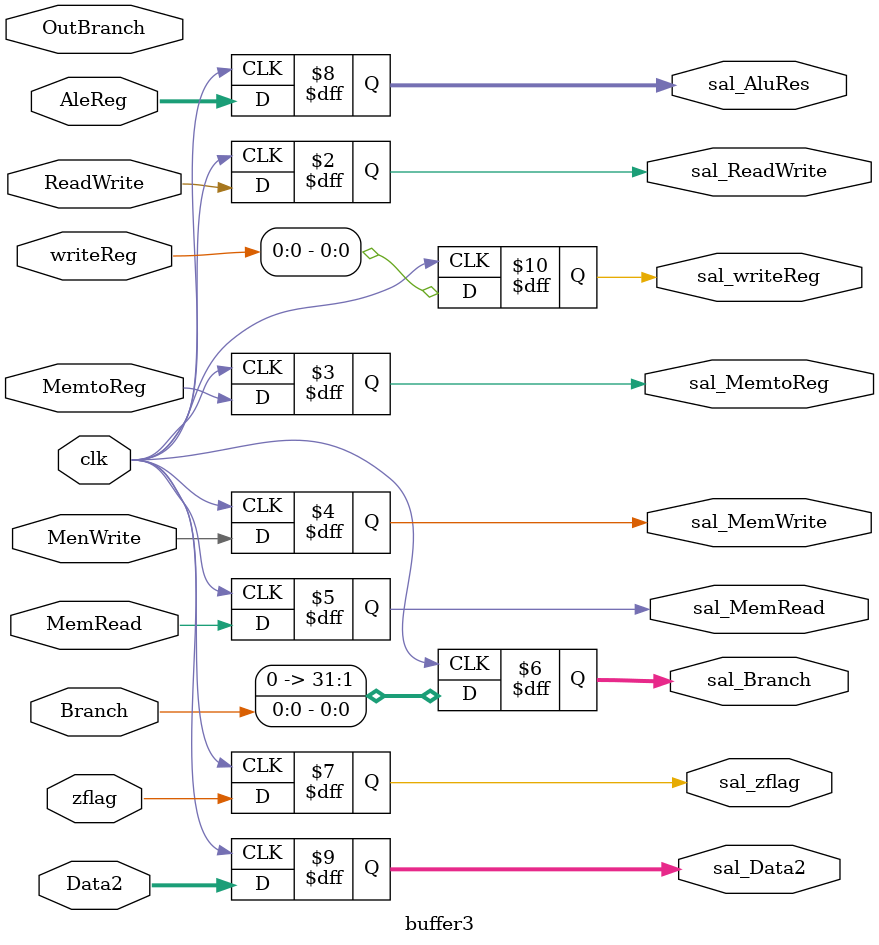
<source format=v>
module buffer3(

	input clk,
	input ReadWrite,
	input MemtoReg,
	input MenWrite,
	input MemRead,
	input Branch,
	input [31:0]OutBranch,
	input zflag,
	input [31:0]AleReg,
	input [31:0]Data2,
	input [4:0]writeReg,
	
	output reg sal_ReadWrite,
	output reg sal_MemtoReg,
	output reg sal_MemWrite,
	output reg sal_MemRead,
	output reg [31:0]sal_Branch,
	output reg sal_zflag,
	output reg [31:0]sal_AluRes,
	output reg [31:0]sal_Data2,
	output reg sal_writeReg
);

always @(posedge clk)
begin
	sal_ReadWrite <= ReadWrite;
	sal_MemtoReg <= MemtoReg;
	sal_MemWrite <= MenWrite;
	sal_MemRead <= MemRead;
	sal_Branch <= Branch;
	sal_zflag <= zflag;
	sal_AluRes <= AleReg;
	sal_Data2 <= Data2;
	sal_writeReg <= writeReg;
end

endmodule 
	
</source>
